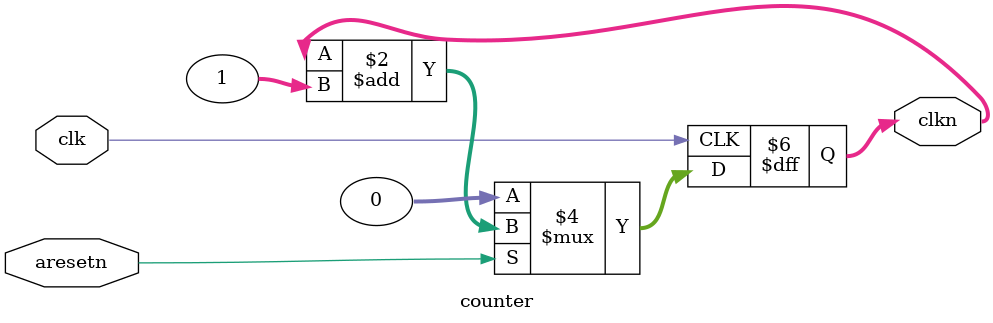
<source format=sv>
`timescale 1ns / 1ps


module IO_Manager(
        input  logic        clk,
    input  logic        resetn,

    // to cpu
    input  logic [31:0] address,
    input  logic [31:0] data_out,
    output logic [31:0] data_in,
    output logic        aresetn,
    output logic        step,
    output logic [31:0] chip_debug_in,
    
    // to gpio
    input  logic [15:0] switch,
    input  logic [ 4:0] button,
    output logic [15:0] led,
    output logic [ 7:0] num_csn,
    output logic [ 7:0] num_an,
    output logic [ 2:0] rgb1,
    output logic [ 2:0] rgb2,
    
    // debug
    input logic  [31:0] debug0,
    input logic  [31:0] debug1,
    input logic  [31:0] debug2,
    input logic  [31:0] debug3,
    input logic  [31:0] debug4,
    input logic  [31:0] debug5,
    input logic  [31:0] debug6,
    input logic  [31:0] debug7
);
    // Clock

    logic [31:0] clkn;
    counter counter_inst(clk, aresetn, clkn);

    // Button

    logic [4:0] button_dbnc;
    logic [4:0] button_down, button_up, button_last;
    button_debouncer bd4(clk, button[4], button_dbnc[4]);
    button_debouncer bd3(clk, button[3], button_dbnc[3]);
    button_debouncer bd2(clk, button[2], button_dbnc[2]);
    button_debouncer bd1(clk, button[1], button_dbnc[1]);
    button_debouncer bd0(clk, button[0], button_dbnc[0]);

    always_ff @ (posedge clk) begin
        if (aresetn) begin
            button_down <= ~button_last &  button_dbnc;
            button_up   <=  button_last & ~button_dbnc;
            button_last <=  button_dbnc;
        end
        else begin
            button_down <=  32'b0;
            button_up   <=  32'b0;
            button_last <=  32'b0;
        end
    end

    // chip_debug_in
    assign chip_debug_in = {21'b0,switch[10:0]};

    // Reset

    logic reset_dbnc;
    logic reset_down, reset_up, reset_last;
    button_debouncer bdr(clk, ~resetn, reset_dbnc);

    logic debug = 1'b0;
    logic [39:0] reset_cnt;

    always_ff @ (posedge clk) begin
        if (aresetn) begin
            reset_down <= ~reset_last &  reset_dbnc;
            reset_up   <=  reset_last & ~reset_dbnc;
            reset_last <=  reset_dbnc;
            
            if (reset_down) begin
                reset_cnt <= 0;
                aresetn <= 1;
            end
            else if (reset_dbnc) begin
                if (reset_cnt >= 40'h0_010_000_000) begin
                    aresetn <= 0;
                end else
                    reset_cnt <= reset_cnt + 1;
            end
            else if (reset_up) begin
                if (reset_cnt < 40'h0_010_000_000) begin
                    debug <= ~debug;
                    reset_cnt <= 0;
                end
            end
        end
        else begin
            aresetn <= resetn;
            debug <= 1'b1;
            reset_down <= 0;
            reset_up <= 0;
            reset_last <= 0;
        end
    end

    // Step

    logic step_wire = (~debug) | (debug & (button_up[0] | switch[15]));
    always_comb begin
        step <= step_wire;
    end

    // Data

    logic [31:0] data_src;
    always_comb begin
        case (switch[14:12])
            3'b000: data_src <= debug0;
            3'b001: data_src <= debug1;
            3'b010: data_src <= debug2;
            3'b011: data_src <= debug3;
            3'b100: data_src <= debug4;
            3'b101: data_src <= debug5;
            3'b110: data_src <= debug6;
            3'b111: data_src <= debug7;
        endcase
    end

    logic [63:0] shape_dec;

    hex_to_shape h2s7(data_src[31:28], shape_dec[63:56]);
    hex_to_shape h2s6(data_src[27:24], shape_dec[55:48]);
    hex_to_shape h2s5(data_src[23:20], shape_dec[47:40]);
    hex_to_shape h2s4(data_src[19:16], shape_dec[39:32]);
    hex_to_shape h2s3(data_src[15:12], shape_dec[31:24]);
    hex_to_shape h2s2(data_src[11: 8], shape_dec[23:16]);
    hex_to_shape h2s1(data_src[ 7: 4], shape_dec[15: 8]);
    hex_to_shape h2s0(data_src[ 3: 0], shape_dec[ 7: 0]);

    logic [63:0] shape_src = {64'hffff_ffff_ffff_ffff};

    // Output
    logic [63:0] shape = debug ? shape_dec : shape_src;

    segnum_manager sm(
        .clk(clkn[10]),
        .aresetn(aresetn),
        .shape(shape[63:0]),
        .num_csn(num_csn),
        .num_an(num_an)
    );

    assign led = switch;
    assign light = &clkn[12:10]; 
    assign rgb1 = {1'b0, {2{debug}}} & {3{light}};
    assign rgb2 = {3{~aresetn}} & {3{light}};

endmodule

module button_debouncer(
    input  logic  clk,
    input  logic  button,
    output logic  btn_dbnc
);

    logic [19:0] buffer = 0;

    always_ff @ (posedge clk) begin
        if (button) begin
            if (buffer == 20'hFFFFF)
                btn_dbnc <= 1'b1;
            else
                buffer += 20'h1;
        end
        else begin
            if (buffer == 20'h00000)
                btn_dbnc <= 1'b0;
            else
                buffer -= 20'h1;
        end
    end

endmodule

module hex_to_shape(
    input  logic [ 3:0] hex,
    output logic [ 7:0] shape
);

    always_comb begin
        case (hex)
            4'h0: shape <= 8'b11000000;
            4'h1: shape <= 8'b11111001;
            4'h2: shape <= 8'b10100100;
            4'h3: shape <= 8'b10110000;
            4'h4: shape <= 8'b10011001;
            4'h5: shape <= 8'b10010010;
            4'h6: shape <= 8'b10000010;
            4'h7: shape <= 8'b11111000;
            4'h8: shape <= 8'b10000000;
            4'h9: shape <= 8'b10010000;
            4'ha: shape <= 8'b10001000;
            4'hb: shape <= 8'b10000011;
            4'hc: shape <= 8'b10100111;
            4'hd: shape <= 8'b10100001;
            4'he: shape <= 8'b10000110;
            4'hf: shape <= 8'b10001110;
        endcase
    end

endmodule

module segnum_manager(
    input  logic        clk,
    input  logic        aresetn,
    input  logic [63:0] shape, 
    output logic [ 7:0] num_csn,
    output logic [ 7:0] num_an
);

    logic [7:0] state;
    assign num_an = state;

    always_ff @ (posedge clk) begin
        if (aresetn) begin
            case (state)
                8'b11111110: begin num_csn <= shape[15: 8]; state <= 8'b11111101; end  
                8'b11111101: begin num_csn <= shape[23:16]; state <= 8'b11111011; end
                8'b11111011: begin num_csn <= shape[31:24]; state <= 8'b11110111; end
                8'b11110111: begin num_csn <= shape[39:32]; state <= 8'b11101111; end
                8'b11101111: begin num_csn <= shape[47:40]; state <= 8'b11011111; end  
                8'b11011111: begin num_csn <= shape[55:48]; state <= 8'b10111111; end
                8'b10111111: begin num_csn <= shape[63:56]; state <= 8'b01111111; end
                8'b01111111: begin num_csn <= shape[ 7: 0]; state <= 8'b11111110; end
                default:     begin num_csn <= shape[ 7: 0]; state <= 8'b11111110; end
            endcase
        end else begin
            num_csn <= 8'b11000000;
            state <= 8'b00000000;
        end
    end

endmodule

module counter(
    input  logic clk,
    input  logic aresetn,
    output logic [31:0] clkn
);

    always_ff @ (posedge clk) begin
        if (aresetn)
            clkn <= clkn + 1;
        else
            clkn <= 0;
    end

endmodule

</source>
